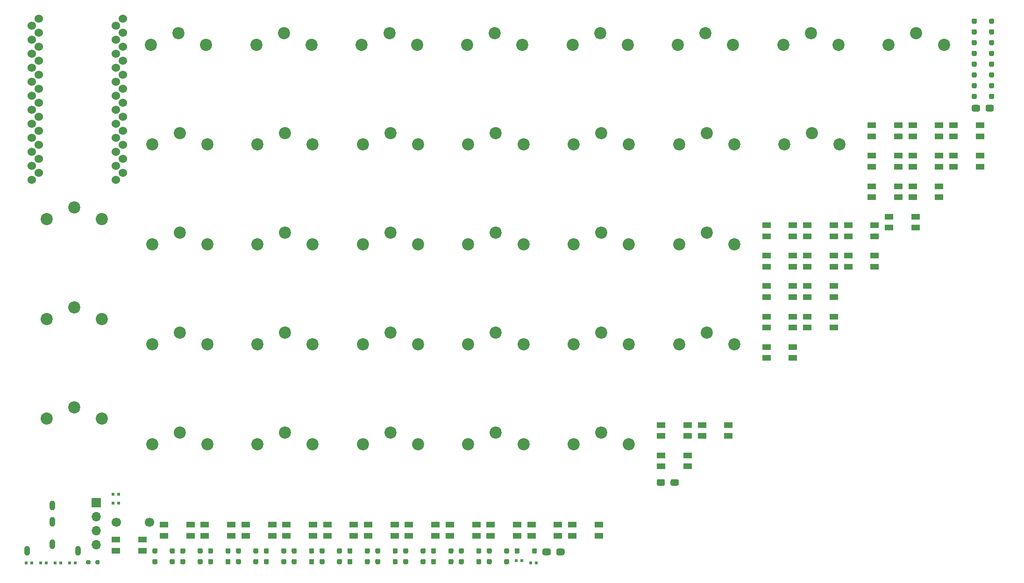
<source format=gbr>
%TF.GenerationSoftware,KiCad,Pcbnew,(5.1.10)-1*%
%TF.CreationDate,2021-08-10T22:37:01+09:00*%
%TF.ProjectId,Ultramarine_fuse,556c7472-616d-4617-9269-6e655f667573,rev?*%
%TF.SameCoordinates,Original*%
%TF.FileFunction,Copper,L1,Top*%
%TF.FilePolarity,Positive*%
%FSLAX46Y46*%
G04 Gerber Fmt 4.6, Leading zero omitted, Abs format (unit mm)*
G04 Created by KiCad (PCBNEW (5.1.10)-1) date 2021-08-10 22:37:01*
%MOMM*%
%LPD*%
G01*
G04 APERTURE LIST*
%TA.AperFunction,SMDPad,CuDef*%
%ADD10R,1.600000X1.000000*%
%TD*%
%TA.AperFunction,ComponentPad*%
%ADD11C,1.524000*%
%TD*%
%TA.AperFunction,ComponentPad*%
%ADD12C,1.700000*%
%TD*%
%TA.AperFunction,ComponentPad*%
%ADD13C,2.200000*%
%TD*%
%TA.AperFunction,SMDPad,CuDef*%
%ADD14R,0.609600X0.609600*%
%TD*%
%TA.AperFunction,ComponentPad*%
%ADD15O,1.000000X1.800000*%
%TD*%
%TA.AperFunction,ComponentPad*%
%ADD16O,1.700000X1.700000*%
%TD*%
%TA.AperFunction,ComponentPad*%
%ADD17R,1.700000X1.700000*%
%TD*%
G04 APERTURE END LIST*
D10*
%TO.P,U36,4*%
%TO.N,+5V*%
X224515300Y-92326501D03*
%TO.P,U36,3*%
%TO.N,Net-(U29-Pad1)*%
X224515300Y-90326501D03*
%TO.P,U36,2*%
%TO.N,Net-(U36-Pad2)*%
X219715300Y-90326501D03*
%TO.P,U36,1*%
%TO.N,Net-(U35-Pad3)*%
X219715300Y-92326501D03*
%TD*%
%TO.P,U35,4*%
%TO.N,+5V*%
X231915300Y-86806501D03*
%TO.P,U35,3*%
%TO.N,Net-(U35-Pad3)*%
X231915300Y-84806501D03*
%TO.P,U35,2*%
%TO.N,Net-(U35-Pad2)*%
X227115300Y-84806501D03*
%TO.P,U35,1*%
%TO.N,Net-(U34-Pad3)*%
X227115300Y-86806501D03*
%TD*%
%TO.P,U34,4*%
%TO.N,+5V*%
X205415300Y-117486501D03*
%TO.P,U34,3*%
%TO.N,Net-(U34-Pad3)*%
X205415300Y-115486501D03*
%TO.P,U34,2*%
%TO.N,Net-(U34-Pad2)*%
X200615300Y-115486501D03*
%TO.P,U34,1*%
%TO.N,Net-(U33-Pad3)*%
X200615300Y-117486501D03*
%TD*%
%TO.P,U33,4*%
%TO.N,+5V*%
X224515300Y-86806501D03*
%TO.P,U33,3*%
%TO.N,Net-(U33-Pad3)*%
X224515300Y-84806501D03*
%TO.P,U33,2*%
%TO.N,Net-(U33-Pad2)*%
X219715300Y-84806501D03*
%TO.P,U33,1*%
%TO.N,Net-(U32-Pad3)*%
X219715300Y-86806501D03*
%TD*%
%TO.P,U32,4*%
%TO.N,+5V*%
X231915300Y-81286501D03*
%TO.P,U32,3*%
%TO.N,Net-(U32-Pad3)*%
X231915300Y-79286501D03*
%TO.P,U32,2*%
%TO.N,Net-(U32-Pad2)*%
X227115300Y-79286501D03*
%TO.P,U32,1*%
%TO.N,Net-(U31-Pad3)*%
X227115300Y-81286501D03*
%TD*%
%TO.P,U31,4*%
%TO.N,+5V*%
X243615300Y-68706501D03*
%TO.P,U31,3*%
%TO.N,Net-(U31-Pad3)*%
X243615300Y-66706501D03*
%TO.P,U31,2*%
%TO.N,Net-(U31-Pad2)*%
X238815300Y-66706501D03*
%TO.P,U31,1*%
%TO.N,Net-(U30-Pad3)*%
X238815300Y-68706501D03*
%TD*%
%TO.P,U30,4*%
%TO.N,+5V*%
X251015300Y-63186501D03*
%TO.P,U30,3*%
%TO.N,Net-(U30-Pad3)*%
X251015300Y-61186501D03*
%TO.P,U30,2*%
%TO.N,GND*%
X246215300Y-61186501D03*
%TO.P,U30,1*%
%TO.N,Net-(U30-Pad1)*%
X246215300Y-63186501D03*
%TD*%
%TO.P,U29,4*%
%TO.N,Net-(U29-Pad4)*%
X224515300Y-103366501D03*
%TO.P,U29,3*%
%TO.N,Net-(U28-Pad1)*%
X224515300Y-101366501D03*
%TO.P,U29,2*%
%TO.N,Net-(U29-Pad2)*%
X219715300Y-101366501D03*
%TO.P,U29,1*%
%TO.N,Net-(U29-Pad1)*%
X219715300Y-103366501D03*
%TD*%
%TO.P,U28,4*%
%TO.N,Net-(U28-Pad4)*%
X189315300Y-135586501D03*
%TO.P,U28,3*%
%TO.N,Net-(U27-Pad1)*%
X189315300Y-133586501D03*
%TO.P,U28,2*%
%TO.N,Net-(U28-Pad2)*%
X184515300Y-133586501D03*
%TO.P,U28,1*%
%TO.N,Net-(U28-Pad1)*%
X184515300Y-135586501D03*
%TD*%
%TO.P,U27,4*%
%TO.N,Net-(U27-Pad4)*%
X258415300Y-68706501D03*
%TO.P,U27,3*%
%TO.N,Net-(U26-Pad1)*%
X258415300Y-66706501D03*
%TO.P,U27,2*%
%TO.N,Net-(U27-Pad2)*%
X253615300Y-66706501D03*
%TO.P,U27,1*%
%TO.N,Net-(U27-Pad1)*%
X253615300Y-68706501D03*
%TD*%
%TO.P,U26,4*%
%TO.N,Net-(U26-Pad4)*%
X251015300Y-74226501D03*
%TO.P,U26,3*%
%TO.N,Net-(U25-Pad1)*%
X251015300Y-72226501D03*
%TO.P,U26,2*%
%TO.N,Net-(U26-Pad2)*%
X246215300Y-72226501D03*
%TO.P,U26,1*%
%TO.N,Net-(U26-Pad1)*%
X246215300Y-74226501D03*
%TD*%
%TO.P,U25,4*%
%TO.N,Net-(U25-Pad4)*%
X246715300Y-79746501D03*
%TO.P,U25,3*%
%TO.N,Net-(U24-Pad1)*%
X246715300Y-77746501D03*
%TO.P,U25,2*%
%TO.N,Net-(U25-Pad2)*%
X241915300Y-77746501D03*
%TO.P,U25,1*%
%TO.N,Net-(U25-Pad1)*%
X241915300Y-79746501D03*
%TD*%
%TO.P,U24,4*%
%TO.N,Net-(U24-Pad4)*%
X239315300Y-86806501D03*
%TO.P,U24,3*%
%TO.N,Net-(U23-Pad1)*%
X239315300Y-84806501D03*
%TO.P,U24,2*%
%TO.N,Net-(U24-Pad2)*%
X234515300Y-84806501D03*
%TO.P,U24,1*%
%TO.N,Net-(U24-Pad1)*%
X234515300Y-86806501D03*
%TD*%
%TO.P,U23,4*%
%TO.N,Net-(U23-Pad4)*%
X231915300Y-92326501D03*
%TO.P,U23,3*%
%TO.N,Net-(U16-Pad1)*%
X231915300Y-90326501D03*
%TO.P,U23,2*%
%TO.N,Net-(U23-Pad2)*%
X227115300Y-90326501D03*
%TO.P,U23,1*%
%TO.N,Net-(U23-Pad1)*%
X227115300Y-92326501D03*
%TD*%
%TO.P,U22,4*%
%TO.N,+5V*%
X239315300Y-81286501D03*
%TO.P,U22,3*%
%TO.N,Net-(U15-Pad1)*%
X239315300Y-79286501D03*
%TO.P,U22,2*%
%TO.N,GND*%
X234515300Y-79286501D03*
%TO.P,U22,1*%
%TO.N,Net-(U21-Pad3)*%
X234515300Y-81286501D03*
%TD*%
%TO.P,U21,4*%
%TO.N,+5V*%
X212815300Y-117486501D03*
%TO.P,U21,3*%
%TO.N,Net-(U21-Pad3)*%
X212815300Y-115486501D03*
%TO.P,U21,2*%
%TO.N,GND*%
X208015300Y-115486501D03*
%TO.P,U21,1*%
%TO.N,Net-(U20-Pad3)*%
X208015300Y-117486501D03*
%TD*%
%TO.P,U20,4*%
%TO.N,+5V*%
X231915300Y-97846501D03*
%TO.P,U20,3*%
%TO.N,Net-(U20-Pad3)*%
X231915300Y-95846501D03*
%TO.P,U20,2*%
%TO.N,GND*%
X227115300Y-95846501D03*
%TO.P,U20,1*%
%TO.N,Net-(U19-Pad3)*%
X227115300Y-97846501D03*
%TD*%
%TO.P,U19,4*%
%TO.N,+5V*%
X174515300Y-135586501D03*
%TO.P,U19,3*%
%TO.N,Net-(U19-Pad3)*%
X174515300Y-133586501D03*
%TO.P,U19,2*%
%TO.N,GND*%
X169715300Y-133586501D03*
%TO.P,U19,1*%
%TO.N,Net-(U18-Pad3)*%
X169715300Y-135586501D03*
%TD*%
%TO.P,U18,4*%
%TO.N,+5V*%
X205415300Y-123006501D03*
%TO.P,U18,3*%
%TO.N,Net-(U18-Pad3)*%
X205415300Y-121006501D03*
%TO.P,U18,2*%
%TO.N,GND*%
X200615300Y-121006501D03*
%TO.P,U18,1*%
%TO.N,Net-(U17-Pad3)*%
X200615300Y-123006501D03*
%TD*%
%TO.P,U17,4*%
%TO.N,+5V*%
X106615300Y-138286501D03*
%TO.P,U17,3*%
%TO.N,Net-(U17-Pad3)*%
X106615300Y-136286501D03*
%TO.P,U17,2*%
%TO.N,GND*%
X101815300Y-136286501D03*
%TO.P,U17,1*%
%TO.N,Net-(U16-Pad3)*%
X101815300Y-138286501D03*
%TD*%
%TO.P,U16,4*%
%TO.N,+5V*%
X115315300Y-135586501D03*
%TO.P,U16,3*%
%TO.N,Net-(U16-Pad3)*%
X115315300Y-133586501D03*
%TO.P,U16,2*%
%TO.N,GND*%
X110515300Y-133586501D03*
%TO.P,U16,1*%
%TO.N,Net-(U16-Pad1)*%
X110515300Y-135586501D03*
%TD*%
%TO.P,U15,4*%
%TO.N,Net-(U15-Pad4)*%
X122715300Y-135586501D03*
%TO.P,U15,3*%
%TO.N,Net-(U14-Pad1)*%
X122715300Y-133586501D03*
%TO.P,U15,2*%
%TO.N,Net-(U15-Pad2)*%
X117915300Y-133586501D03*
%TO.P,U15,1*%
%TO.N,Net-(U15-Pad1)*%
X117915300Y-135586501D03*
%TD*%
%TO.P,U14,4*%
%TO.N,Net-(U14-Pad4)*%
X137515300Y-135586501D03*
%TO.P,U14,3*%
%TO.N,Net-(U13-Pad1)*%
X137515300Y-133586501D03*
%TO.P,U14,2*%
%TO.N,Net-(U14-Pad2)*%
X132715300Y-133586501D03*
%TO.P,U14,1*%
%TO.N,Net-(U14-Pad1)*%
X132715300Y-135586501D03*
%TD*%
%TO.P,U13,4*%
%TO.N,Net-(U13-Pad4)*%
X144915300Y-135586501D03*
%TO.P,U13,3*%
%TO.N,Net-(U12-Pad1)*%
X144915300Y-133586501D03*
%TO.P,U13,2*%
%TO.N,Net-(U13-Pad2)*%
X140115300Y-133586501D03*
%TO.P,U13,1*%
%TO.N,Net-(U13-Pad1)*%
X140115300Y-135586501D03*
%TD*%
%TO.P,U12,4*%
%TO.N,Net-(U12-Pad4)*%
X152315300Y-135586501D03*
%TO.P,U12,3*%
%TO.N,Net-(U11-Pad1)*%
X152315300Y-133586501D03*
%TO.P,U12,2*%
%TO.N,Net-(U12-Pad2)*%
X147515300Y-133586501D03*
%TO.P,U12,1*%
%TO.N,Net-(U12-Pad1)*%
X147515300Y-135586501D03*
%TD*%
%TO.P,U11,4*%
%TO.N,Net-(U11-Pad4)*%
X159715300Y-135586501D03*
%TO.P,U11,3*%
%TO.N,Net-(U10-Pad1)*%
X159715300Y-133586501D03*
%TO.P,U11,2*%
%TO.N,Net-(U11-Pad2)*%
X154915300Y-133586501D03*
%TO.P,U11,1*%
%TO.N,Net-(U11-Pad1)*%
X154915300Y-135586501D03*
%TD*%
%TO.P,U10,4*%
%TO.N,Net-(U10-Pad4)*%
X167115300Y-135586501D03*
%TO.P,U10,3*%
%TO.N,Net-(U10-Pad3)*%
X167115300Y-133586501D03*
%TO.P,U10,2*%
%TO.N,Net-(U10-Pad2)*%
X162315300Y-133586501D03*
%TO.P,U10,1*%
%TO.N,Net-(U10-Pad1)*%
X162315300Y-135586501D03*
%TD*%
%TO.P,U9,4*%
%TO.N,+5V*%
X224515300Y-81286501D03*
%TO.P,U9,3*%
%TO.N,Net-(U2-Pad1)*%
X224515300Y-79286501D03*
%TO.P,U9,2*%
%TO.N,GND*%
X219715300Y-79286501D03*
%TO.P,U9,1*%
%TO.N,Net-(U10-Pad3)*%
X219715300Y-81286501D03*
%TD*%
%TO.P,U8,4*%
%TO.N,+5V*%
X243615300Y-63186501D03*
%TO.P,U8,3*%
%TO.N,/LED*%
X243615300Y-61186501D03*
%TO.P,U8,2*%
%TO.N,GND*%
X238815300Y-61186501D03*
%TO.P,U8,1*%
%TO.N,Net-(U7-Pad3)*%
X238815300Y-63186501D03*
%TD*%
%TO.P,U7,4*%
%TO.N,Net-(U7-Pad4)*%
X251015300Y-68706501D03*
%TO.P,U7,3*%
%TO.N,Net-(U7-Pad3)*%
X251015300Y-66706501D03*
%TO.P,U7,2*%
%TO.N,GND*%
X246215300Y-66706501D03*
%TO.P,U7,1*%
%TO.N,Net-(U6-Pad3)*%
X246215300Y-68706501D03*
%TD*%
%TO.P,U6,4*%
%TO.N,Net-(U6-Pad4)*%
X130115300Y-135586501D03*
%TO.P,U6,3*%
%TO.N,Net-(U6-Pad3)*%
X130115300Y-133586501D03*
%TO.P,U6,2*%
%TO.N,GND*%
X125315300Y-133586501D03*
%TO.P,U6,1*%
%TO.N,Net-(U5-Pad3)*%
X125315300Y-135586501D03*
%TD*%
%TO.P,U5,4*%
%TO.N,Net-(U5-Pad4)*%
X224515300Y-97846501D03*
%TO.P,U5,3*%
%TO.N,Net-(U5-Pad3)*%
X224515300Y-95846501D03*
%TO.P,U5,2*%
%TO.N,GND*%
X219715300Y-95846501D03*
%TO.P,U5,1*%
%TO.N,Net-(U4-Pad3)*%
X219715300Y-97846501D03*
%TD*%
%TO.P,U4,4*%
%TO.N,Net-(U4-Pad4)*%
X181915300Y-135586501D03*
%TO.P,U4,3*%
%TO.N,Net-(U4-Pad3)*%
X181915300Y-133586501D03*
%TO.P,U4,2*%
%TO.N,GND*%
X177115300Y-133586501D03*
%TO.P,U4,1*%
%TO.N,Net-(U3-Pad3)*%
X177115300Y-135586501D03*
%TD*%
%TO.P,U3,4*%
%TO.N,Net-(U3-Pad4)*%
X258415300Y-63186501D03*
%TO.P,U3,3*%
%TO.N,Net-(U3-Pad3)*%
X258415300Y-61186501D03*
%TO.P,U3,2*%
%TO.N,GND*%
X253615300Y-61186501D03*
%TO.P,U3,1*%
%TO.N,Net-(U2-Pad3)*%
X253615300Y-63186501D03*
%TD*%
%TO.P,U2,4*%
%TO.N,+5V*%
X243615300Y-74226501D03*
%TO.P,U2,3*%
%TO.N,Net-(U2-Pad3)*%
X243615300Y-72226501D03*
%TO.P,U2,2*%
%TO.N,GND*%
X238815300Y-72226501D03*
%TO.P,U2,1*%
%TO.N,Net-(U2-Pad1)*%
X238815300Y-74226501D03*
%TD*%
D11*
%TO.P,U1,13*%
%TO.N,Net-(U1-Pad13)*%
X87815301Y-69826501D03*
%TO.P,U1,17*%
%TO.N,/Col3*%
X87815301Y-59666501D03*
%TO.P,U1,22*%
%TO.N,/~RESET*%
X87815301Y-46966501D03*
%TO.P,U1,21*%
%TO.N,+5V*%
X87815301Y-49506501D03*
%TO.P,U1,19*%
%TO.N,/Col1*%
X87815301Y-54586501D03*
%TO.P,U1,24*%
%TO.N,+5V*%
X87815301Y-41886501D03*
%TO.P,U1,16*%
%TO.N,/Col4*%
X87815301Y-62206501D03*
%TO.P,U1,15*%
%TO.N,/Col5*%
X87815301Y-64746501D03*
%TO.P,U1,18*%
%TO.N,/Col2*%
X87815301Y-57126501D03*
%TO.P,U1,14*%
%TO.N,/Col6*%
X87815301Y-67286501D03*
%TO.P,U1,20*%
%TO.N,/Col0*%
X87815301Y-52046501D03*
%TO.P,U1,23*%
%TO.N,GND*%
X87815301Y-44426501D03*
%TO.P,U1,6*%
%TO.N,/SCL*%
X103055301Y-54586501D03*
%TO.P,U1,12*%
%TO.N,Net-(U1-Pad12)*%
X103055301Y-69826501D03*
%TO.P,U1,9*%
%TO.N,/Row2*%
X103055301Y-62206501D03*
%TO.P,U1,8*%
%TO.N,/Row1*%
X103055301Y-59666501D03*
%TO.P,U1,4*%
%TO.N,GND*%
X103055301Y-49506501D03*
%TO.P,U1,5*%
%TO.N,/SDA*%
X103055301Y-52046501D03*
%TO.P,U1,7*%
%TO.N,/Row0*%
X103055301Y-57126501D03*
%TO.P,U1,2*%
%TO.N,/data*%
X103055301Y-44426501D03*
%TO.P,U1,11*%
%TO.N,/Row4*%
X103055301Y-67286501D03*
%TO.P,U1,3*%
%TO.N,GND*%
X103055301Y-46966501D03*
%TO.P,U1,10*%
%TO.N,/Row3*%
X103055301Y-64746501D03*
%TO.P,U1,1*%
%TO.N,/LED*%
X103055301Y-41886501D03*
%TO.P,U1,24*%
%TO.N,+5V*%
X101785301Y-43156501D03*
%TO.P,U1,23*%
%TO.N,GND*%
X101785301Y-45696501D03*
%TO.P,U1,22*%
%TO.N,/~RESET*%
X101785301Y-48236501D03*
%TO.P,U1,21*%
%TO.N,+5V*%
X101785301Y-50776501D03*
%TO.P,U1,20*%
%TO.N,/Col0*%
X101785301Y-53316501D03*
%TO.P,U1,19*%
%TO.N,/Col1*%
X101785301Y-55856501D03*
%TO.P,U1,18*%
%TO.N,/Col2*%
X101785301Y-58396501D03*
%TO.P,U1,17*%
%TO.N,/Col3*%
X101785301Y-60936501D03*
%TO.P,U1,16*%
%TO.N,/Col4*%
X101785301Y-63476501D03*
%TO.P,U1,15*%
%TO.N,/Col5*%
X101785301Y-66016501D03*
%TO.P,U1,14*%
%TO.N,/Col6*%
X101785301Y-68556501D03*
%TO.P,U1,13*%
%TO.N,Net-(U1-Pad13)*%
X101785301Y-71096501D03*
%TO.P,U1,12*%
%TO.N,Net-(U1-Pad12)*%
X86545301Y-71096501D03*
%TO.P,U1,11*%
%TO.N,/Row4*%
X86545301Y-68556501D03*
%TO.P,U1,10*%
%TO.N,/Row3*%
X86545301Y-66016501D03*
%TO.P,U1,9*%
%TO.N,/Row2*%
X86545301Y-63476501D03*
%TO.P,U1,8*%
%TO.N,/Row1*%
X86545301Y-60936501D03*
%TO.P,U1,7*%
%TO.N,/Row0*%
X86545301Y-58396501D03*
%TO.P,U1,6*%
%TO.N,/SCL*%
X86545301Y-55856501D03*
%TO.P,U1,5*%
%TO.N,/SDA*%
X86545301Y-53316501D03*
%TO.P,U1,4*%
%TO.N,GND*%
X86545301Y-50776501D03*
%TO.P,U1,3*%
X86545301Y-48236501D03*
%TO.P,U1,2*%
%TO.N,/data*%
X86545301Y-45696501D03*
%TO.P,U1,1*%
%TO.N,/LED*%
X86545301Y-43156501D03*
%TD*%
D12*
%TO.P,SW36,2*%
%TO.N,/~RESET*%
X107865300Y-133176500D03*
%TO.P,SW36,1*%
%TO.N,GND*%
X101865300Y-133176500D03*
%TD*%
D13*
%TO.P,SW35,2*%
%TO.N,Net-(D35-Pad2)*%
X146565301Y-118976501D03*
X156565301Y-118976501D03*
%TO.P,SW35,1*%
%TO.N,/Col6*%
X151565301Y-116876501D03*
%TD*%
%TO.P,SW34,2*%
%TO.N,Net-(D34-Pad2)*%
X165665301Y-100876501D03*
X175665301Y-100876501D03*
%TO.P,SW34,1*%
%TO.N,/Col5*%
X170665301Y-98776501D03*
%TD*%
%TO.P,SW33,2*%
%TO.N,Net-(D33-Pad2)*%
X184765301Y-82776501D03*
X194765301Y-82776501D03*
%TO.P,SW33,1*%
%TO.N,/Col4*%
X189765301Y-80676501D03*
%TD*%
%TO.P,SW32,2*%
%TO.N,Net-(D32-Pad2)*%
X222765301Y-46576501D03*
X232765301Y-46576501D03*
%TO.P,SW32,1*%
%TO.N,/Col3*%
X227765301Y-44476501D03*
%TD*%
%TO.P,SW31,2*%
%TO.N,Net-(D31-Pad2)*%
X203865301Y-64676501D03*
X213865301Y-64676501D03*
%TO.P,SW31,1*%
%TO.N,/Col2*%
X208865301Y-62576501D03*
%TD*%
%TO.P,SW30,2*%
%TO.N,Net-(D30-Pad2)*%
X203865301Y-100876501D03*
X213865301Y-100876501D03*
%TO.P,SW30,1*%
%TO.N,/Col1*%
X208865301Y-98776501D03*
%TD*%
%TO.P,SW29,2*%
%TO.N,Net-(D29-Pad2)*%
X165665301Y-118976501D03*
X175665301Y-118976501D03*
%TO.P,SW29,1*%
%TO.N,/Col0*%
X170665301Y-116876501D03*
%TD*%
%TO.P,SW28,2*%
%TO.N,Net-(D28-Pad2)*%
X184765301Y-100876501D03*
X194765301Y-100876501D03*
%TO.P,SW28,1*%
%TO.N,Net-(SW28-Pad1)*%
X189765301Y-98776501D03*
%TD*%
%TO.P,SW27,2*%
%TO.N,Net-(D27-Pad2)*%
X108365301Y-100876501D03*
X118365301Y-100876501D03*
%TO.P,SW27,1*%
%TO.N,Net-(SW27-Pad1)*%
X113365301Y-98776501D03*
%TD*%
%TO.P,SW26,2*%
%TO.N,Net-(D26-Pad2)*%
X241865301Y-46576501D03*
X251865301Y-46576501D03*
%TO.P,SW26,1*%
%TO.N,Net-(SW26-Pad1)*%
X246865301Y-44476501D03*
%TD*%
%TO.P,SW25,2*%
%TO.N,Net-(D25-Pad2)*%
X222965301Y-64676501D03*
X232965301Y-64676501D03*
%TO.P,SW25,1*%
%TO.N,Net-(SW25-Pad1)*%
X227965301Y-62576501D03*
%TD*%
%TO.P,SW24,2*%
%TO.N,Net-(D24-Pad2)*%
X165665301Y-82776501D03*
X175665301Y-82776501D03*
%TO.P,SW24,1*%
%TO.N,Net-(SW24-Pad1)*%
X170665301Y-80676501D03*
%TD*%
%TO.P,SW23,2*%
%TO.N,Net-(D23-Pad2)*%
X184765301Y-118976501D03*
X194765301Y-118976501D03*
%TO.P,SW23,1*%
%TO.N,Net-(SW23-Pad1)*%
X189765301Y-116876501D03*
%TD*%
%TO.P,SW22,2*%
%TO.N,Net-(D22-Pad2)*%
X108165301Y-46576501D03*
X118165301Y-46576501D03*
%TO.P,SW22,1*%
%TO.N,Net-(SW22-Pad1)*%
X113165301Y-44476501D03*
%TD*%
%TO.P,SW21,2*%
%TO.N,Net-(D21-Pad2)*%
X89265301Y-96276501D03*
X99265301Y-96276501D03*
%TO.P,SW21,1*%
%TO.N,Net-(SW21-Pad1)*%
X94265301Y-94176501D03*
%TD*%
%TO.P,SW20,2*%
%TO.N,Net-(D20-Pad2)*%
X127265301Y-46576501D03*
X137265301Y-46576501D03*
%TO.P,SW20,1*%
%TO.N,Net-(SW20-Pad1)*%
X132265301Y-44476501D03*
%TD*%
%TO.P,SW19,2*%
%TO.N,Net-(D19-Pad2)*%
X108365301Y-64676501D03*
X118365301Y-64676501D03*
%TO.P,SW19,1*%
%TO.N,Net-(SW19-Pad1)*%
X113365301Y-62576501D03*
%TD*%
%TO.P,SW18,2*%
%TO.N,Net-(D18-Pad2)*%
X89265301Y-114376501D03*
X99265301Y-114376501D03*
%TO.P,SW18,1*%
%TO.N,Net-(SW18-Pad1)*%
X94265301Y-112276501D03*
%TD*%
%TO.P,SW17,2*%
%TO.N,Net-(D17-Pad2)*%
X127465301Y-64676501D03*
X137465301Y-64676501D03*
%TO.P,SW17,1*%
%TO.N,Net-(SW17-Pad1)*%
X132465301Y-62576501D03*
%TD*%
%TO.P,SW16,2*%
%TO.N,Net-(D16-Pad2)*%
X108365301Y-82776501D03*
X118365301Y-82776501D03*
%TO.P,SW16,1*%
%TO.N,Net-(SW16-Pad1)*%
X113365301Y-80676501D03*
%TD*%
%TO.P,SW15,2*%
%TO.N,Net-(D15-Pad2)*%
X146365301Y-46576501D03*
X156365301Y-46576501D03*
%TO.P,SW15,1*%
%TO.N,Net-(SW15-Pad1)*%
X151365301Y-44476501D03*
%TD*%
%TO.P,SW14,2*%
%TO.N,Net-(D14-Pad2)*%
X165465301Y-46576501D03*
X175465301Y-46576501D03*
%TO.P,SW14,1*%
%TO.N,Net-(SW14-Pad1)*%
X170465301Y-44476501D03*
%TD*%
%TO.P,SW13,2*%
%TO.N,Net-(D13-Pad2)*%
X127465301Y-82776501D03*
X137465301Y-82776501D03*
%TO.P,SW13,1*%
%TO.N,Net-(SW13-Pad1)*%
X132465301Y-80676501D03*
%TD*%
%TO.P,SW12,2*%
%TO.N,Net-(D12-Pad2)*%
X127465301Y-118976501D03*
X137465301Y-118976501D03*
%TO.P,SW12,1*%
%TO.N,Net-(SW12-Pad1)*%
X132465301Y-116876501D03*
%TD*%
%TO.P,SW11,2*%
%TO.N,Net-(D11-Pad2)*%
X146565301Y-100876501D03*
X156565301Y-100876501D03*
%TO.P,SW11,1*%
%TO.N,Net-(SW11-Pad1)*%
X151565301Y-98776501D03*
%TD*%
%TO.P,SW10,2*%
%TO.N,Net-(D10-Pad2)*%
X165665301Y-64676501D03*
X175665301Y-64676501D03*
%TO.P,SW10,1*%
%TO.N,Net-(SW10-Pad1)*%
X170665301Y-62576501D03*
%TD*%
%TO.P,SW9,2*%
%TO.N,Net-(D9-Pad2)*%
X184565301Y-46576501D03*
X194565301Y-46576501D03*
%TO.P,SW9,1*%
%TO.N,Net-(SW9-Pad1)*%
X189565301Y-44476501D03*
%TD*%
%TO.P,SW8,2*%
%TO.N,Net-(D8-Pad2)*%
X108365301Y-118976501D03*
X118365301Y-118976501D03*
%TO.P,SW8,1*%
%TO.N,Net-(SW8-Pad1)*%
X113365301Y-116876501D03*
%TD*%
%TO.P,SW7,2*%
%TO.N,Net-(D7-Pad2)*%
X127465301Y-100876501D03*
X137465301Y-100876501D03*
%TO.P,SW7,1*%
%TO.N,Net-(SW7-Pad1)*%
X132465301Y-98776501D03*
%TD*%
%TO.P,SW6,2*%
%TO.N,Net-(D6-Pad2)*%
X146565301Y-82776501D03*
X156565301Y-82776501D03*
%TO.P,SW6,1*%
%TO.N,Net-(SW6-Pad1)*%
X151565301Y-80676501D03*
%TD*%
%TO.P,SW5,2*%
%TO.N,Net-(D5-Pad2)*%
X146565301Y-64676501D03*
X156565301Y-64676501D03*
%TO.P,SW5,1*%
%TO.N,Net-(SW5-Pad1)*%
X151565301Y-62576501D03*
%TD*%
%TO.P,SW4,2*%
%TO.N,Net-(D4-Pad2)*%
X89265301Y-78176501D03*
X99265301Y-78176501D03*
%TO.P,SW4,1*%
%TO.N,Net-(SW4-Pad1)*%
X94265301Y-76076501D03*
%TD*%
%TO.P,SW3,2*%
%TO.N,Net-(D3-Pad2)*%
X203865301Y-82776501D03*
X213865301Y-82776501D03*
%TO.P,SW3,1*%
%TO.N,Net-(SW3-Pad1)*%
X208865301Y-80676501D03*
%TD*%
%TO.P,SW2,2*%
%TO.N,Net-(D2-Pad2)*%
X184765301Y-64676501D03*
X194765301Y-64676501D03*
%TO.P,SW2,1*%
%TO.N,Net-(SW2-Pad1)*%
X189765301Y-62576501D03*
%TD*%
%TO.P,SW1,2*%
%TO.N,Net-(D1-Pad2)*%
X203665301Y-46576501D03*
X213665301Y-46576501D03*
%TO.P,SW1,1*%
%TO.N,Net-(SW1-Pad1)*%
X208665301Y-44476501D03*
%TD*%
%TO.P,R3,2*%
%TO.N,/SCL*%
%TA.AperFunction,SMDPad,CuDef*%
G36*
G01*
X202315300Y-126226501D02*
X202315300Y-125626501D01*
G75*
G02*
X202615300Y-125326501I300000J0D01*
G01*
X203515300Y-125326501D01*
G75*
G02*
X203815300Y-125626501I0J-300000D01*
G01*
X203815300Y-126226501D01*
G75*
G02*
X203515300Y-126526501I-300000J0D01*
G01*
X202615300Y-126526501D01*
G75*
G02*
X202315300Y-126226501I0J300000D01*
G01*
G37*
%TD.AperFunction*%
%TO.P,R3,1*%
%TO.N,+5V*%
%TA.AperFunction,SMDPad,CuDef*%
G36*
G01*
X199815300Y-126226501D02*
X199815300Y-125626501D01*
G75*
G02*
X200115300Y-125326501I300000J0D01*
G01*
X201015300Y-125326501D01*
G75*
G02*
X201315300Y-125626501I0J-300000D01*
G01*
X201315300Y-126226501D01*
G75*
G02*
X201015300Y-126526501I-300000J0D01*
G01*
X200115300Y-126526501D01*
G75*
G02*
X199815300Y-126226501I0J300000D01*
G01*
G37*
%TD.AperFunction*%
%TD*%
%TO.P,R2,2*%
%TO.N,/SDA*%
%TA.AperFunction,SMDPad,CuDef*%
G36*
G01*
X181615300Y-138806501D02*
X181615300Y-138206501D01*
G75*
G02*
X181915300Y-137906501I300000J0D01*
G01*
X182815300Y-137906501D01*
G75*
G02*
X183115300Y-138206501I0J-300000D01*
G01*
X183115300Y-138806501D01*
G75*
G02*
X182815300Y-139106501I-300000J0D01*
G01*
X181915300Y-139106501D01*
G75*
G02*
X181615300Y-138806501I0J300000D01*
G01*
G37*
%TD.AperFunction*%
%TO.P,R2,1*%
%TO.N,+5V*%
%TA.AperFunction,SMDPad,CuDef*%
G36*
G01*
X179115300Y-138806501D02*
X179115300Y-138206501D01*
G75*
G02*
X179415300Y-137906501I300000J0D01*
G01*
X180315300Y-137906501D01*
G75*
G02*
X180615300Y-138206501I0J-300000D01*
G01*
X180615300Y-138806501D01*
G75*
G02*
X180315300Y-139106501I-300000J0D01*
G01*
X179415300Y-139106501D01*
G75*
G02*
X179115300Y-138806501I0J300000D01*
G01*
G37*
%TD.AperFunction*%
%TD*%
%TO.P,R1,2*%
%TO.N,GND*%
%TA.AperFunction,SMDPad,CuDef*%
G36*
G01*
X259415300Y-58386501D02*
X259415300Y-57786501D01*
G75*
G02*
X259715300Y-57486501I300000J0D01*
G01*
X260615300Y-57486501D01*
G75*
G02*
X260915300Y-57786501I0J-300000D01*
G01*
X260915300Y-58386501D01*
G75*
G02*
X260615300Y-58686501I-300000J0D01*
G01*
X259715300Y-58686501D01*
G75*
G02*
X259415300Y-58386501I0J300000D01*
G01*
G37*
%TD.AperFunction*%
%TO.P,R1,1*%
%TO.N,Net-(D36-Pad2)*%
%TA.AperFunction,SMDPad,CuDef*%
G36*
G01*
X256915300Y-58386501D02*
X256915300Y-57786501D01*
G75*
G02*
X257215300Y-57486501I300000J0D01*
G01*
X258115300Y-57486501D01*
G75*
G02*
X258415300Y-57786501I0J-300000D01*
G01*
X258415300Y-58386501D01*
G75*
G02*
X258115300Y-58686501I-300000J0D01*
G01*
X257215300Y-58686501D01*
G75*
G02*
X256915300Y-58386501I0J300000D01*
G01*
G37*
%TD.AperFunction*%
%TD*%
D14*
%TO.P,JP8,2*%
%TO.N,Net-(J1-Pad1)*%
X178006100Y-140480501D03*
%TO.P,JP8,1*%
%TO.N,GND*%
X176990100Y-140480501D03*
%TD*%
%TO.P,JP7,2*%
%TO.N,Net-(J1-Pad2)*%
X102336100Y-128040501D03*
%TO.P,JP7,1*%
%TO.N,+5V*%
X101320100Y-128040501D03*
%TD*%
%TO.P,JP6,2*%
%TO.N,Net-(J1-Pad3)*%
X86536100Y-140490501D03*
%TO.P,JP6,1*%
%TO.N,/SCL*%
X85520100Y-140490501D03*
%TD*%
%TO.P,JP5,2*%
%TO.N,Net-(J1-Pad4)*%
X89156100Y-140490501D03*
%TO.P,JP5,1*%
%TO.N,/SDA*%
X88140100Y-140490501D03*
%TD*%
%TO.P,JP4,2*%
%TO.N,Net-(J1-Pad4)*%
X91776100Y-140490501D03*
%TO.P,JP4,1*%
%TO.N,/SDA*%
X90760100Y-140490501D03*
%TD*%
%TO.P,JP3,2*%
%TO.N,Net-(J1-Pad3)*%
X94396100Y-140490501D03*
%TO.P,JP3,1*%
%TO.N,/SCL*%
X93380100Y-140490501D03*
%TD*%
%TO.P,JP2,2*%
%TO.N,Net-(J1-Pad2)*%
X102336100Y-129660501D03*
%TO.P,JP2,1*%
%TO.N,+5V*%
X101320100Y-129660501D03*
%TD*%
%TO.P,JP1,2*%
%TO.N,Net-(J1-Pad1)*%
X175386100Y-140110501D03*
%TO.P,JP1,1*%
%TO.N,GND*%
X174370100Y-140110501D03*
%TD*%
D15*
%TO.P,J2,1*%
%TO.N,Net-(J2-Pad1)*%
X94915300Y-138276500D03*
%TO.P,J2,2*%
%TO.N,/data*%
X90315300Y-130076500D03*
%TO.P,J2,3*%
%TO.N,GND*%
X90315300Y-133076500D03*
%TO.P,J2,4*%
%TO.N,+5V*%
X90315300Y-137076500D03*
%TO.P,J2,1*%
%TO.N,Net-(J2-Pad1)*%
X85715300Y-138276500D03*
%TD*%
D16*
%TO.P,J1,4*%
%TO.N,Net-(J1-Pad4)*%
X98240301Y-137171501D03*
%TO.P,J1,3*%
%TO.N,Net-(J1-Pad3)*%
X98240301Y-134631501D03*
%TO.P,J1,2*%
%TO.N,Net-(J1-Pad2)*%
X98240301Y-132091501D03*
D17*
%TO.P,J1,1*%
%TO.N,Net-(J1-Pad1)*%
X98240301Y-129551501D03*
%TD*%
%TO.P,D36,2*%
%TO.N,Net-(D36-Pad2)*%
%TA.AperFunction,SMDPad,CuDef*%
G36*
G01*
X98065300Y-140576500D02*
X98065300Y-140176500D01*
G75*
G02*
X98265300Y-139976500I200000J0D01*
G01*
X98665300Y-139976500D01*
G75*
G02*
X98865300Y-140176500I0J-200000D01*
G01*
X98865300Y-140576500D01*
G75*
G02*
X98665300Y-140776500I-200000J0D01*
G01*
X98265300Y-140776500D01*
G75*
G02*
X98065300Y-140576500I0J200000D01*
G01*
G37*
%TD.AperFunction*%
%TO.P,D36,1*%
%TO.N,+5V*%
%TA.AperFunction,SMDPad,CuDef*%
G36*
G01*
X96415300Y-140576500D02*
X96415300Y-140176500D01*
G75*
G02*
X96615300Y-139976500I200000J0D01*
G01*
X97015300Y-139976500D01*
G75*
G02*
X97215300Y-140176500I0J-200000D01*
G01*
X97215300Y-140576500D01*
G75*
G02*
X97015300Y-140776500I-200000J0D01*
G01*
X96615300Y-140776500D01*
G75*
G02*
X96415300Y-140576500I0J200000D01*
G01*
G37*
%TD.AperFunction*%
%TD*%
%TO.P,D35,1*%
%TO.N,/Row4*%
%TA.AperFunction,SMDPad,CuDef*%
G36*
G01*
X128615300Y-138571500D02*
X128615300Y-138071500D01*
G75*
G02*
X128840300Y-137846500I225000J0D01*
G01*
X129290300Y-137846500D01*
G75*
G02*
X129515300Y-138071500I0J-225000D01*
G01*
X129515300Y-138571500D01*
G75*
G02*
X129290300Y-138796500I-225000J0D01*
G01*
X128840300Y-138796500D01*
G75*
G02*
X128615300Y-138571500I0J225000D01*
G01*
G37*
%TD.AperFunction*%
%TO.P,D35,2*%
%TO.N,Net-(D35-Pad2)*%
%TA.AperFunction,SMDPad,CuDef*%
G36*
G01*
X131765300Y-138571500D02*
X131765300Y-138071500D01*
G75*
G02*
X131990300Y-137846500I225000J0D01*
G01*
X132440300Y-137846500D01*
G75*
G02*
X132665300Y-138071500I0J-225000D01*
G01*
X132665300Y-138571500D01*
G75*
G02*
X132440300Y-138796500I-225000J0D01*
G01*
X131990300Y-138796500D01*
G75*
G02*
X131765300Y-138571500I0J225000D01*
G01*
G37*
%TD.AperFunction*%
%TD*%
%TO.P,D34,1*%
%TO.N,/Row4*%
%TA.AperFunction,SMDPad,CuDef*%
G36*
G01*
X133665300Y-138571500D02*
X133665300Y-138071500D01*
G75*
G02*
X133890300Y-137846500I225000J0D01*
G01*
X134340300Y-137846500D01*
G75*
G02*
X134565300Y-138071500I0J-225000D01*
G01*
X134565300Y-138571500D01*
G75*
G02*
X134340300Y-138796500I-225000J0D01*
G01*
X133890300Y-138796500D01*
G75*
G02*
X133665300Y-138571500I0J225000D01*
G01*
G37*
%TD.AperFunction*%
%TO.P,D34,2*%
%TO.N,Net-(D34-Pad2)*%
%TA.AperFunction,SMDPad,CuDef*%
G36*
G01*
X136815300Y-138571500D02*
X136815300Y-138071500D01*
G75*
G02*
X137040300Y-137846500I225000J0D01*
G01*
X137490300Y-137846500D01*
G75*
G02*
X137715300Y-138071500I0J-225000D01*
G01*
X137715300Y-138571500D01*
G75*
G02*
X137490300Y-138796500I-225000J0D01*
G01*
X137040300Y-138796500D01*
G75*
G02*
X136815300Y-138571500I0J225000D01*
G01*
G37*
%TD.AperFunction*%
%TD*%
%TO.P,D33,1*%
%TO.N,/Row4*%
%TA.AperFunction,SMDPad,CuDef*%
G36*
G01*
X128615300Y-140521500D02*
X128615300Y-140021500D01*
G75*
G02*
X128840300Y-139796500I225000J0D01*
G01*
X129290300Y-139796500D01*
G75*
G02*
X129515300Y-140021500I0J-225000D01*
G01*
X129515300Y-140521500D01*
G75*
G02*
X129290300Y-140746500I-225000J0D01*
G01*
X128840300Y-140746500D01*
G75*
G02*
X128615300Y-140521500I0J225000D01*
G01*
G37*
%TD.AperFunction*%
%TO.P,D33,2*%
%TO.N,Net-(D33-Pad2)*%
%TA.AperFunction,SMDPad,CuDef*%
G36*
G01*
X131765300Y-140521500D02*
X131765300Y-140021500D01*
G75*
G02*
X131990300Y-139796500I225000J0D01*
G01*
X132440300Y-139796500D01*
G75*
G02*
X132665300Y-140021500I0J-225000D01*
G01*
X132665300Y-140521500D01*
G75*
G02*
X132440300Y-140746500I-225000J0D01*
G01*
X131990300Y-140746500D01*
G75*
G02*
X131765300Y-140521500I0J225000D01*
G01*
G37*
%TD.AperFunction*%
%TD*%
%TO.P,D32,1*%
%TO.N,/Row4*%
%TA.AperFunction,SMDPad,CuDef*%
G36*
G01*
X118515300Y-138571500D02*
X118515300Y-138071500D01*
G75*
G02*
X118740300Y-137846500I225000J0D01*
G01*
X119190300Y-137846500D01*
G75*
G02*
X119415300Y-138071500I0J-225000D01*
G01*
X119415300Y-138571500D01*
G75*
G02*
X119190300Y-138796500I-225000J0D01*
G01*
X118740300Y-138796500D01*
G75*
G02*
X118515300Y-138571500I0J225000D01*
G01*
G37*
%TD.AperFunction*%
%TO.P,D32,2*%
%TO.N,Net-(D32-Pad2)*%
%TA.AperFunction,SMDPad,CuDef*%
G36*
G01*
X121665300Y-138571500D02*
X121665300Y-138071500D01*
G75*
G02*
X121890300Y-137846500I225000J0D01*
G01*
X122340300Y-137846500D01*
G75*
G02*
X122565300Y-138071500I0J-225000D01*
G01*
X122565300Y-138571500D01*
G75*
G02*
X122340300Y-138796500I-225000J0D01*
G01*
X121890300Y-138796500D01*
G75*
G02*
X121665300Y-138571500I0J225000D01*
G01*
G37*
%TD.AperFunction*%
%TD*%
%TO.P,D31,1*%
%TO.N,/Row4*%
%TA.AperFunction,SMDPad,CuDef*%
G36*
G01*
X256915300Y-54251500D02*
X256915300Y-53751500D01*
G75*
G02*
X257140300Y-53526500I225000J0D01*
G01*
X257590300Y-53526500D01*
G75*
G02*
X257815300Y-53751500I0J-225000D01*
G01*
X257815300Y-54251500D01*
G75*
G02*
X257590300Y-54476500I-225000J0D01*
G01*
X257140300Y-54476500D01*
G75*
G02*
X256915300Y-54251500I0J225000D01*
G01*
G37*
%TD.AperFunction*%
%TO.P,D31,2*%
%TO.N,Net-(D31-Pad2)*%
%TA.AperFunction,SMDPad,CuDef*%
G36*
G01*
X260065300Y-54251500D02*
X260065300Y-53751500D01*
G75*
G02*
X260290300Y-53526500I225000J0D01*
G01*
X260740300Y-53526500D01*
G75*
G02*
X260965300Y-53751500I0J-225000D01*
G01*
X260965300Y-54251500D01*
G75*
G02*
X260740300Y-54476500I-225000J0D01*
G01*
X260290300Y-54476500D01*
G75*
G02*
X260065300Y-54251500I0J225000D01*
G01*
G37*
%TD.AperFunction*%
%TD*%
%TO.P,D30,1*%
%TO.N,/Row4*%
%TA.AperFunction,SMDPad,CuDef*%
G36*
G01*
X138715300Y-140521500D02*
X138715300Y-140021500D01*
G75*
G02*
X138940300Y-139796500I225000J0D01*
G01*
X139390300Y-139796500D01*
G75*
G02*
X139615300Y-140021500I0J-225000D01*
G01*
X139615300Y-140521500D01*
G75*
G02*
X139390300Y-140746500I-225000J0D01*
G01*
X138940300Y-140746500D01*
G75*
G02*
X138715300Y-140521500I0J225000D01*
G01*
G37*
%TD.AperFunction*%
%TO.P,D30,2*%
%TO.N,Net-(D30-Pad2)*%
%TA.AperFunction,SMDPad,CuDef*%
G36*
G01*
X141865300Y-140521500D02*
X141865300Y-140021500D01*
G75*
G02*
X142090300Y-139796500I225000J0D01*
G01*
X142540300Y-139796500D01*
G75*
G02*
X142765300Y-140021500I0J-225000D01*
G01*
X142765300Y-140521500D01*
G75*
G02*
X142540300Y-140746500I-225000J0D01*
G01*
X142090300Y-140746500D01*
G75*
G02*
X141865300Y-140521500I0J225000D01*
G01*
G37*
%TD.AperFunction*%
%TD*%
%TO.P,D29,1*%
%TO.N,/Row4*%
%TA.AperFunction,SMDPad,CuDef*%
G36*
G01*
X143765300Y-138571500D02*
X143765300Y-138071500D01*
G75*
G02*
X143990300Y-137846500I225000J0D01*
G01*
X144440300Y-137846500D01*
G75*
G02*
X144665300Y-138071500I0J-225000D01*
G01*
X144665300Y-138571500D01*
G75*
G02*
X144440300Y-138796500I-225000J0D01*
G01*
X143990300Y-138796500D01*
G75*
G02*
X143765300Y-138571500I0J225000D01*
G01*
G37*
%TD.AperFunction*%
%TO.P,D29,2*%
%TO.N,Net-(D29-Pad2)*%
%TA.AperFunction,SMDPad,CuDef*%
G36*
G01*
X146915300Y-138571500D02*
X146915300Y-138071500D01*
G75*
G02*
X147140300Y-137846500I225000J0D01*
G01*
X147590300Y-137846500D01*
G75*
G02*
X147815300Y-138071500I0J-225000D01*
G01*
X147815300Y-138571500D01*
G75*
G02*
X147590300Y-138796500I-225000J0D01*
G01*
X147140300Y-138796500D01*
G75*
G02*
X146915300Y-138571500I0J225000D01*
G01*
G37*
%TD.AperFunction*%
%TD*%
%TO.P,D28,1*%
%TO.N,/Row3*%
%TA.AperFunction,SMDPad,CuDef*%
G36*
G01*
X148815300Y-138571500D02*
X148815300Y-138071500D01*
G75*
G02*
X149040300Y-137846500I225000J0D01*
G01*
X149490300Y-137846500D01*
G75*
G02*
X149715300Y-138071500I0J-225000D01*
G01*
X149715300Y-138571500D01*
G75*
G02*
X149490300Y-138796500I-225000J0D01*
G01*
X149040300Y-138796500D01*
G75*
G02*
X148815300Y-138571500I0J225000D01*
G01*
G37*
%TD.AperFunction*%
%TO.P,D28,2*%
%TO.N,Net-(D28-Pad2)*%
%TA.AperFunction,SMDPad,CuDef*%
G36*
G01*
X151965300Y-138571500D02*
X151965300Y-138071500D01*
G75*
G02*
X152190300Y-137846500I225000J0D01*
G01*
X152640300Y-137846500D01*
G75*
G02*
X152865300Y-138071500I0J-225000D01*
G01*
X152865300Y-138571500D01*
G75*
G02*
X152640300Y-138796500I-225000J0D01*
G01*
X152190300Y-138796500D01*
G75*
G02*
X151965300Y-138571500I0J225000D01*
G01*
G37*
%TD.AperFunction*%
%TD*%
%TO.P,D27,1*%
%TO.N,/Row3*%
%TA.AperFunction,SMDPad,CuDef*%
G36*
G01*
X153865300Y-138571500D02*
X153865300Y-138071500D01*
G75*
G02*
X154090300Y-137846500I225000J0D01*
G01*
X154540300Y-137846500D01*
G75*
G02*
X154765300Y-138071500I0J-225000D01*
G01*
X154765300Y-138571500D01*
G75*
G02*
X154540300Y-138796500I-225000J0D01*
G01*
X154090300Y-138796500D01*
G75*
G02*
X153865300Y-138571500I0J225000D01*
G01*
G37*
%TD.AperFunction*%
%TO.P,D27,2*%
%TO.N,Net-(D27-Pad2)*%
%TA.AperFunction,SMDPad,CuDef*%
G36*
G01*
X157015300Y-138571500D02*
X157015300Y-138071500D01*
G75*
G02*
X157240300Y-137846500I225000J0D01*
G01*
X157690300Y-137846500D01*
G75*
G02*
X157915300Y-138071500I0J-225000D01*
G01*
X157915300Y-138571500D01*
G75*
G02*
X157690300Y-138796500I-225000J0D01*
G01*
X157240300Y-138796500D01*
G75*
G02*
X157015300Y-138571500I0J225000D01*
G01*
G37*
%TD.AperFunction*%
%TD*%
%TO.P,D26,1*%
%TO.N,/Row3*%
%TA.AperFunction,SMDPad,CuDef*%
G36*
G01*
X143765300Y-140521500D02*
X143765300Y-140021500D01*
G75*
G02*
X143990300Y-139796500I225000J0D01*
G01*
X144440300Y-139796500D01*
G75*
G02*
X144665300Y-140021500I0J-225000D01*
G01*
X144665300Y-140521500D01*
G75*
G02*
X144440300Y-140746500I-225000J0D01*
G01*
X143990300Y-140746500D01*
G75*
G02*
X143765300Y-140521500I0J225000D01*
G01*
G37*
%TD.AperFunction*%
%TO.P,D26,2*%
%TO.N,Net-(D26-Pad2)*%
%TA.AperFunction,SMDPad,CuDef*%
G36*
G01*
X146915300Y-140521500D02*
X146915300Y-140021500D01*
G75*
G02*
X147140300Y-139796500I225000J0D01*
G01*
X147590300Y-139796500D01*
G75*
G02*
X147815300Y-140021500I0J-225000D01*
G01*
X147815300Y-140521500D01*
G75*
G02*
X147590300Y-140746500I-225000J0D01*
G01*
X147140300Y-140746500D01*
G75*
G02*
X146915300Y-140521500I0J225000D01*
G01*
G37*
%TD.AperFunction*%
%TD*%
%TO.P,D25,1*%
%TO.N,/Row3*%
%TA.AperFunction,SMDPad,CuDef*%
G36*
G01*
X148815300Y-140521500D02*
X148815300Y-140021500D01*
G75*
G02*
X149040300Y-139796500I225000J0D01*
G01*
X149490300Y-139796500D01*
G75*
G02*
X149715300Y-140021500I0J-225000D01*
G01*
X149715300Y-140521500D01*
G75*
G02*
X149490300Y-140746500I-225000J0D01*
G01*
X149040300Y-140746500D01*
G75*
G02*
X148815300Y-140521500I0J225000D01*
G01*
G37*
%TD.AperFunction*%
%TO.P,D25,2*%
%TO.N,Net-(D25-Pad2)*%
%TA.AperFunction,SMDPad,CuDef*%
G36*
G01*
X151965300Y-140521500D02*
X151965300Y-140021500D01*
G75*
G02*
X152190300Y-139796500I225000J0D01*
G01*
X152640300Y-139796500D01*
G75*
G02*
X152865300Y-140021500I0J-225000D01*
G01*
X152865300Y-140521500D01*
G75*
G02*
X152640300Y-140746500I-225000J0D01*
G01*
X152190300Y-140746500D01*
G75*
G02*
X151965300Y-140521500I0J225000D01*
G01*
G37*
%TD.AperFunction*%
%TD*%
%TO.P,D24,1*%
%TO.N,/Row3*%
%TA.AperFunction,SMDPad,CuDef*%
G36*
G01*
X153865300Y-140521500D02*
X153865300Y-140021500D01*
G75*
G02*
X154090300Y-139796500I225000J0D01*
G01*
X154540300Y-139796500D01*
G75*
G02*
X154765300Y-140021500I0J-225000D01*
G01*
X154765300Y-140521500D01*
G75*
G02*
X154540300Y-140746500I-225000J0D01*
G01*
X154090300Y-140746500D01*
G75*
G02*
X153865300Y-140521500I0J225000D01*
G01*
G37*
%TD.AperFunction*%
%TO.P,D24,2*%
%TO.N,Net-(D24-Pad2)*%
%TA.AperFunction,SMDPad,CuDef*%
G36*
G01*
X157015300Y-140521500D02*
X157015300Y-140021500D01*
G75*
G02*
X157240300Y-139796500I225000J0D01*
G01*
X157690300Y-139796500D01*
G75*
G02*
X157915300Y-140021500I0J-225000D01*
G01*
X157915300Y-140521500D01*
G75*
G02*
X157690300Y-140746500I-225000J0D01*
G01*
X157240300Y-140746500D01*
G75*
G02*
X157015300Y-140521500I0J225000D01*
G01*
G37*
%TD.AperFunction*%
%TD*%
%TO.P,D23,1*%
%TO.N,/Row3*%
%TA.AperFunction,SMDPad,CuDef*%
G36*
G01*
X158915300Y-138571500D02*
X158915300Y-138071500D01*
G75*
G02*
X159140300Y-137846500I225000J0D01*
G01*
X159590300Y-137846500D01*
G75*
G02*
X159815300Y-138071500I0J-225000D01*
G01*
X159815300Y-138571500D01*
G75*
G02*
X159590300Y-138796500I-225000J0D01*
G01*
X159140300Y-138796500D01*
G75*
G02*
X158915300Y-138571500I0J225000D01*
G01*
G37*
%TD.AperFunction*%
%TO.P,D23,2*%
%TO.N,Net-(D23-Pad2)*%
%TA.AperFunction,SMDPad,CuDef*%
G36*
G01*
X162065300Y-138571500D02*
X162065300Y-138071500D01*
G75*
G02*
X162290300Y-137846500I225000J0D01*
G01*
X162740300Y-137846500D01*
G75*
G02*
X162965300Y-138071500I0J-225000D01*
G01*
X162965300Y-138571500D01*
G75*
G02*
X162740300Y-138796500I-225000J0D01*
G01*
X162290300Y-138796500D01*
G75*
G02*
X162065300Y-138571500I0J225000D01*
G01*
G37*
%TD.AperFunction*%
%TD*%
%TO.P,D22,1*%
%TO.N,/Row3*%
%TA.AperFunction,SMDPad,CuDef*%
G36*
G01*
X256915300Y-42551500D02*
X256915300Y-42051500D01*
G75*
G02*
X257140300Y-41826500I225000J0D01*
G01*
X257590300Y-41826500D01*
G75*
G02*
X257815300Y-42051500I0J-225000D01*
G01*
X257815300Y-42551500D01*
G75*
G02*
X257590300Y-42776500I-225000J0D01*
G01*
X257140300Y-42776500D01*
G75*
G02*
X256915300Y-42551500I0J225000D01*
G01*
G37*
%TD.AperFunction*%
%TO.P,D22,2*%
%TO.N,Net-(D22-Pad2)*%
%TA.AperFunction,SMDPad,CuDef*%
G36*
G01*
X260065300Y-42551500D02*
X260065300Y-42051500D01*
G75*
G02*
X260290300Y-41826500I225000J0D01*
G01*
X260740300Y-41826500D01*
G75*
G02*
X260965300Y-42051500I0J-225000D01*
G01*
X260965300Y-42551500D01*
G75*
G02*
X260740300Y-42776500I-225000J0D01*
G01*
X260290300Y-42776500D01*
G75*
G02*
X260065300Y-42551500I0J225000D01*
G01*
G37*
%TD.AperFunction*%
%TD*%
%TO.P,D21,1*%
%TO.N,/Row2*%
%TA.AperFunction,SMDPad,CuDef*%
G36*
G01*
X158915300Y-140521500D02*
X158915300Y-140021500D01*
G75*
G02*
X159140300Y-139796500I225000J0D01*
G01*
X159590300Y-139796500D01*
G75*
G02*
X159815300Y-140021500I0J-225000D01*
G01*
X159815300Y-140521500D01*
G75*
G02*
X159590300Y-140746500I-225000J0D01*
G01*
X159140300Y-140746500D01*
G75*
G02*
X158915300Y-140521500I0J225000D01*
G01*
G37*
%TD.AperFunction*%
%TO.P,D21,2*%
%TO.N,Net-(D21-Pad2)*%
%TA.AperFunction,SMDPad,CuDef*%
G36*
G01*
X162065300Y-140521500D02*
X162065300Y-140021500D01*
G75*
G02*
X162290300Y-139796500I225000J0D01*
G01*
X162740300Y-139796500D01*
G75*
G02*
X162965300Y-140021500I0J-225000D01*
G01*
X162965300Y-140521500D01*
G75*
G02*
X162740300Y-140746500I-225000J0D01*
G01*
X162290300Y-140746500D01*
G75*
G02*
X162065300Y-140521500I0J225000D01*
G01*
G37*
%TD.AperFunction*%
%TD*%
%TO.P,D20,1*%
%TO.N,/Row2*%
%TA.AperFunction,SMDPad,CuDef*%
G36*
G01*
X256915300Y-44501500D02*
X256915300Y-44001500D01*
G75*
G02*
X257140300Y-43776500I225000J0D01*
G01*
X257590300Y-43776500D01*
G75*
G02*
X257815300Y-44001500I0J-225000D01*
G01*
X257815300Y-44501500D01*
G75*
G02*
X257590300Y-44726500I-225000J0D01*
G01*
X257140300Y-44726500D01*
G75*
G02*
X256915300Y-44501500I0J225000D01*
G01*
G37*
%TD.AperFunction*%
%TO.P,D20,2*%
%TO.N,Net-(D20-Pad2)*%
%TA.AperFunction,SMDPad,CuDef*%
G36*
G01*
X260065300Y-44501500D02*
X260065300Y-44001500D01*
G75*
G02*
X260290300Y-43776500I225000J0D01*
G01*
X260740300Y-43776500D01*
G75*
G02*
X260965300Y-44001500I0J-225000D01*
G01*
X260965300Y-44501500D01*
G75*
G02*
X260740300Y-44726500I-225000J0D01*
G01*
X260290300Y-44726500D01*
G75*
G02*
X260065300Y-44501500I0J225000D01*
G01*
G37*
%TD.AperFunction*%
%TD*%
%TO.P,D19,1*%
%TO.N,/Row2*%
%TA.AperFunction,SMDPad,CuDef*%
G36*
G01*
X174065300Y-138571500D02*
X174065300Y-138071500D01*
G75*
G02*
X174290300Y-137846500I225000J0D01*
G01*
X174740300Y-137846500D01*
G75*
G02*
X174965300Y-138071500I0J-225000D01*
G01*
X174965300Y-138571500D01*
G75*
G02*
X174740300Y-138796500I-225000J0D01*
G01*
X174290300Y-138796500D01*
G75*
G02*
X174065300Y-138571500I0J225000D01*
G01*
G37*
%TD.AperFunction*%
%TO.P,D19,2*%
%TO.N,Net-(D19-Pad2)*%
%TA.AperFunction,SMDPad,CuDef*%
G36*
G01*
X177215300Y-138571500D02*
X177215300Y-138071500D01*
G75*
G02*
X177440300Y-137846500I225000J0D01*
G01*
X177890300Y-137846500D01*
G75*
G02*
X178115300Y-138071500I0J-225000D01*
G01*
X178115300Y-138571500D01*
G75*
G02*
X177890300Y-138796500I-225000J0D01*
G01*
X177440300Y-138796500D01*
G75*
G02*
X177215300Y-138571500I0J225000D01*
G01*
G37*
%TD.AperFunction*%
%TD*%
%TO.P,D18,1*%
%TO.N,/Row2*%
%TA.AperFunction,SMDPad,CuDef*%
G36*
G01*
X256915300Y-46451500D02*
X256915300Y-45951500D01*
G75*
G02*
X257140300Y-45726500I225000J0D01*
G01*
X257590300Y-45726500D01*
G75*
G02*
X257815300Y-45951500I0J-225000D01*
G01*
X257815300Y-46451500D01*
G75*
G02*
X257590300Y-46676500I-225000J0D01*
G01*
X257140300Y-46676500D01*
G75*
G02*
X256915300Y-46451500I0J225000D01*
G01*
G37*
%TD.AperFunction*%
%TO.P,D18,2*%
%TO.N,Net-(D18-Pad2)*%
%TA.AperFunction,SMDPad,CuDef*%
G36*
G01*
X260065300Y-46451500D02*
X260065300Y-45951500D01*
G75*
G02*
X260290300Y-45726500I225000J0D01*
G01*
X260740300Y-45726500D01*
G75*
G02*
X260965300Y-45951500I0J-225000D01*
G01*
X260965300Y-46451500D01*
G75*
G02*
X260740300Y-46676500I-225000J0D01*
G01*
X260290300Y-46676500D01*
G75*
G02*
X260065300Y-46451500I0J225000D01*
G01*
G37*
%TD.AperFunction*%
%TD*%
%TO.P,D17,1*%
%TO.N,/Row2*%
%TA.AperFunction,SMDPad,CuDef*%
G36*
G01*
X256915300Y-56201500D02*
X256915300Y-55701500D01*
G75*
G02*
X257140300Y-55476500I225000J0D01*
G01*
X257590300Y-55476500D01*
G75*
G02*
X257815300Y-55701500I0J-225000D01*
G01*
X257815300Y-56201500D01*
G75*
G02*
X257590300Y-56426500I-225000J0D01*
G01*
X257140300Y-56426500D01*
G75*
G02*
X256915300Y-56201500I0J225000D01*
G01*
G37*
%TD.AperFunction*%
%TO.P,D17,2*%
%TO.N,Net-(D17-Pad2)*%
%TA.AperFunction,SMDPad,CuDef*%
G36*
G01*
X260065300Y-56201500D02*
X260065300Y-55701500D01*
G75*
G02*
X260290300Y-55476500I225000J0D01*
G01*
X260740300Y-55476500D01*
G75*
G02*
X260965300Y-55701500I0J-225000D01*
G01*
X260965300Y-56201500D01*
G75*
G02*
X260740300Y-56426500I-225000J0D01*
G01*
X260290300Y-56426500D01*
G75*
G02*
X260065300Y-56201500I0J225000D01*
G01*
G37*
%TD.AperFunction*%
%TD*%
%TO.P,D16,1*%
%TO.N,/Row2*%
%TA.AperFunction,SMDPad,CuDef*%
G36*
G01*
X138715300Y-138571500D02*
X138715300Y-138071500D01*
G75*
G02*
X138940300Y-137846500I225000J0D01*
G01*
X139390300Y-137846500D01*
G75*
G02*
X139615300Y-138071500I0J-225000D01*
G01*
X139615300Y-138571500D01*
G75*
G02*
X139390300Y-138796500I-225000J0D01*
G01*
X138940300Y-138796500D01*
G75*
G02*
X138715300Y-138571500I0J225000D01*
G01*
G37*
%TD.AperFunction*%
%TO.P,D16,2*%
%TO.N,Net-(D16-Pad2)*%
%TA.AperFunction,SMDPad,CuDef*%
G36*
G01*
X141865300Y-138571500D02*
X141865300Y-138071500D01*
G75*
G02*
X142090300Y-137846500I225000J0D01*
G01*
X142540300Y-137846500D01*
G75*
G02*
X142765300Y-138071500I0J-225000D01*
G01*
X142765300Y-138571500D01*
G75*
G02*
X142540300Y-138796500I-225000J0D01*
G01*
X142090300Y-138796500D01*
G75*
G02*
X141865300Y-138571500I0J225000D01*
G01*
G37*
%TD.AperFunction*%
%TD*%
%TO.P,D15,1*%
%TO.N,/Row2*%
%TA.AperFunction,SMDPad,CuDef*%
G36*
G01*
X169015300Y-140521500D02*
X169015300Y-140021500D01*
G75*
G02*
X169240300Y-139796500I225000J0D01*
G01*
X169690300Y-139796500D01*
G75*
G02*
X169915300Y-140021500I0J-225000D01*
G01*
X169915300Y-140521500D01*
G75*
G02*
X169690300Y-140746500I-225000J0D01*
G01*
X169240300Y-140746500D01*
G75*
G02*
X169015300Y-140521500I0J225000D01*
G01*
G37*
%TD.AperFunction*%
%TO.P,D15,2*%
%TO.N,Net-(D15-Pad2)*%
%TA.AperFunction,SMDPad,CuDef*%
G36*
G01*
X172165300Y-140521500D02*
X172165300Y-140021500D01*
G75*
G02*
X172390300Y-139796500I225000J0D01*
G01*
X172840300Y-139796500D01*
G75*
G02*
X173065300Y-140021500I0J-225000D01*
G01*
X173065300Y-140521500D01*
G75*
G02*
X172840300Y-140746500I-225000J0D01*
G01*
X172390300Y-140746500D01*
G75*
G02*
X172165300Y-140521500I0J225000D01*
G01*
G37*
%TD.AperFunction*%
%TD*%
%TO.P,D14,1*%
%TO.N,/Row1*%
%TA.AperFunction,SMDPad,CuDef*%
G36*
G01*
X163965300Y-140521500D02*
X163965300Y-140021500D01*
G75*
G02*
X164190300Y-139796500I225000J0D01*
G01*
X164640300Y-139796500D01*
G75*
G02*
X164865300Y-140021500I0J-225000D01*
G01*
X164865300Y-140521500D01*
G75*
G02*
X164640300Y-140746500I-225000J0D01*
G01*
X164190300Y-140746500D01*
G75*
G02*
X163965300Y-140521500I0J225000D01*
G01*
G37*
%TD.AperFunction*%
%TO.P,D14,2*%
%TO.N,Net-(D14-Pad2)*%
%TA.AperFunction,SMDPad,CuDef*%
G36*
G01*
X167115300Y-140521500D02*
X167115300Y-140021500D01*
G75*
G02*
X167340300Y-139796500I225000J0D01*
G01*
X167790300Y-139796500D01*
G75*
G02*
X168015300Y-140021500I0J-225000D01*
G01*
X168015300Y-140521500D01*
G75*
G02*
X167790300Y-140746500I-225000J0D01*
G01*
X167340300Y-140746500D01*
G75*
G02*
X167115300Y-140521500I0J225000D01*
G01*
G37*
%TD.AperFunction*%
%TD*%
%TO.P,D13,1*%
%TO.N,/Row1*%
%TA.AperFunction,SMDPad,CuDef*%
G36*
G01*
X169015300Y-138571500D02*
X169015300Y-138071500D01*
G75*
G02*
X169240300Y-137846500I225000J0D01*
G01*
X169690300Y-137846500D01*
G75*
G02*
X169915300Y-138071500I0J-225000D01*
G01*
X169915300Y-138571500D01*
G75*
G02*
X169690300Y-138796500I-225000J0D01*
G01*
X169240300Y-138796500D01*
G75*
G02*
X169015300Y-138571500I0J225000D01*
G01*
G37*
%TD.AperFunction*%
%TO.P,D13,2*%
%TO.N,Net-(D13-Pad2)*%
%TA.AperFunction,SMDPad,CuDef*%
G36*
G01*
X172165300Y-138571500D02*
X172165300Y-138071500D01*
G75*
G02*
X172390300Y-137846500I225000J0D01*
G01*
X172840300Y-137846500D01*
G75*
G02*
X173065300Y-138071500I0J-225000D01*
G01*
X173065300Y-138571500D01*
G75*
G02*
X172840300Y-138796500I-225000J0D01*
G01*
X172390300Y-138796500D01*
G75*
G02*
X172165300Y-138571500I0J225000D01*
G01*
G37*
%TD.AperFunction*%
%TD*%
%TO.P,D12,1*%
%TO.N,/Row1*%
%TA.AperFunction,SMDPad,CuDef*%
G36*
G01*
X163965300Y-138571500D02*
X163965300Y-138071500D01*
G75*
G02*
X164190300Y-137846500I225000J0D01*
G01*
X164640300Y-137846500D01*
G75*
G02*
X164865300Y-138071500I0J-225000D01*
G01*
X164865300Y-138571500D01*
G75*
G02*
X164640300Y-138796500I-225000J0D01*
G01*
X164190300Y-138796500D01*
G75*
G02*
X163965300Y-138571500I0J225000D01*
G01*
G37*
%TD.AperFunction*%
%TO.P,D12,2*%
%TO.N,Net-(D12-Pad2)*%
%TA.AperFunction,SMDPad,CuDef*%
G36*
G01*
X167115300Y-138571500D02*
X167115300Y-138071500D01*
G75*
G02*
X167340300Y-137846500I225000J0D01*
G01*
X167790300Y-137846500D01*
G75*
G02*
X168015300Y-138071500I0J-225000D01*
G01*
X168015300Y-138571500D01*
G75*
G02*
X167790300Y-138796500I-225000J0D01*
G01*
X167340300Y-138796500D01*
G75*
G02*
X167115300Y-138571500I0J225000D01*
G01*
G37*
%TD.AperFunction*%
%TD*%
%TO.P,D11,1*%
%TO.N,/Row1*%
%TA.AperFunction,SMDPad,CuDef*%
G36*
G01*
X256915300Y-52301500D02*
X256915300Y-51801500D01*
G75*
G02*
X257140300Y-51576500I225000J0D01*
G01*
X257590300Y-51576500D01*
G75*
G02*
X257815300Y-51801500I0J-225000D01*
G01*
X257815300Y-52301500D01*
G75*
G02*
X257590300Y-52526500I-225000J0D01*
G01*
X257140300Y-52526500D01*
G75*
G02*
X256915300Y-52301500I0J225000D01*
G01*
G37*
%TD.AperFunction*%
%TO.P,D11,2*%
%TO.N,Net-(D11-Pad2)*%
%TA.AperFunction,SMDPad,CuDef*%
G36*
G01*
X260065300Y-52301500D02*
X260065300Y-51801500D01*
G75*
G02*
X260290300Y-51576500I225000J0D01*
G01*
X260740300Y-51576500D01*
G75*
G02*
X260965300Y-51801500I0J-225000D01*
G01*
X260965300Y-52301500D01*
G75*
G02*
X260740300Y-52526500I-225000J0D01*
G01*
X260290300Y-52526500D01*
G75*
G02*
X260065300Y-52301500I0J225000D01*
G01*
G37*
%TD.AperFunction*%
%TD*%
%TO.P,D10,1*%
%TO.N,/Row1*%
%TA.AperFunction,SMDPad,CuDef*%
G36*
G01*
X256915300Y-50351500D02*
X256915300Y-49851500D01*
G75*
G02*
X257140300Y-49626500I225000J0D01*
G01*
X257590300Y-49626500D01*
G75*
G02*
X257815300Y-49851500I0J-225000D01*
G01*
X257815300Y-50351500D01*
G75*
G02*
X257590300Y-50576500I-225000J0D01*
G01*
X257140300Y-50576500D01*
G75*
G02*
X256915300Y-50351500I0J225000D01*
G01*
G37*
%TD.AperFunction*%
%TO.P,D10,2*%
%TO.N,Net-(D10-Pad2)*%
%TA.AperFunction,SMDPad,CuDef*%
G36*
G01*
X260065300Y-50351500D02*
X260065300Y-49851500D01*
G75*
G02*
X260290300Y-49626500I225000J0D01*
G01*
X260740300Y-49626500D01*
G75*
G02*
X260965300Y-49851500I0J-225000D01*
G01*
X260965300Y-50351500D01*
G75*
G02*
X260740300Y-50576500I-225000J0D01*
G01*
X260290300Y-50576500D01*
G75*
G02*
X260065300Y-50351500I0J225000D01*
G01*
G37*
%TD.AperFunction*%
%TD*%
%TO.P,D9,1*%
%TO.N,/Row1*%
%TA.AperFunction,SMDPad,CuDef*%
G36*
G01*
X133665300Y-140521500D02*
X133665300Y-140021500D01*
G75*
G02*
X133890300Y-139796500I225000J0D01*
G01*
X134340300Y-139796500D01*
G75*
G02*
X134565300Y-140021500I0J-225000D01*
G01*
X134565300Y-140521500D01*
G75*
G02*
X134340300Y-140746500I-225000J0D01*
G01*
X133890300Y-140746500D01*
G75*
G02*
X133665300Y-140521500I0J225000D01*
G01*
G37*
%TD.AperFunction*%
%TO.P,D9,2*%
%TO.N,Net-(D9-Pad2)*%
%TA.AperFunction,SMDPad,CuDef*%
G36*
G01*
X136815300Y-140521500D02*
X136815300Y-140021500D01*
G75*
G02*
X137040300Y-139796500I225000J0D01*
G01*
X137490300Y-139796500D01*
G75*
G02*
X137715300Y-140021500I0J-225000D01*
G01*
X137715300Y-140521500D01*
G75*
G02*
X137490300Y-140746500I-225000J0D01*
G01*
X137040300Y-140746500D01*
G75*
G02*
X136815300Y-140521500I0J225000D01*
G01*
G37*
%TD.AperFunction*%
%TD*%
%TO.P,D8,1*%
%TO.N,/Row1*%
%TA.AperFunction,SMDPad,CuDef*%
G36*
G01*
X256915300Y-48401500D02*
X256915300Y-47901500D01*
G75*
G02*
X257140300Y-47676500I225000J0D01*
G01*
X257590300Y-47676500D01*
G75*
G02*
X257815300Y-47901500I0J-225000D01*
G01*
X257815300Y-48401500D01*
G75*
G02*
X257590300Y-48626500I-225000J0D01*
G01*
X257140300Y-48626500D01*
G75*
G02*
X256915300Y-48401500I0J225000D01*
G01*
G37*
%TD.AperFunction*%
%TO.P,D8,2*%
%TO.N,Net-(D8-Pad2)*%
%TA.AperFunction,SMDPad,CuDef*%
G36*
G01*
X260065300Y-48401500D02*
X260065300Y-47901500D01*
G75*
G02*
X260290300Y-47676500I225000J0D01*
G01*
X260740300Y-47676500D01*
G75*
G02*
X260965300Y-47901500I0J-225000D01*
G01*
X260965300Y-48401500D01*
G75*
G02*
X260740300Y-48626500I-225000J0D01*
G01*
X260290300Y-48626500D01*
G75*
G02*
X260065300Y-48401500I0J225000D01*
G01*
G37*
%TD.AperFunction*%
%TD*%
%TO.P,D7,1*%
%TO.N,/Row0*%
%TA.AperFunction,SMDPad,CuDef*%
G36*
G01*
X113465300Y-140521500D02*
X113465300Y-140021500D01*
G75*
G02*
X113690300Y-139796500I225000J0D01*
G01*
X114140300Y-139796500D01*
G75*
G02*
X114365300Y-140021500I0J-225000D01*
G01*
X114365300Y-140521500D01*
G75*
G02*
X114140300Y-140746500I-225000J0D01*
G01*
X113690300Y-140746500D01*
G75*
G02*
X113465300Y-140521500I0J225000D01*
G01*
G37*
%TD.AperFunction*%
%TO.P,D7,2*%
%TO.N,Net-(D7-Pad2)*%
%TA.AperFunction,SMDPad,CuDef*%
G36*
G01*
X116615300Y-140521500D02*
X116615300Y-140021500D01*
G75*
G02*
X116840300Y-139796500I225000J0D01*
G01*
X117290300Y-139796500D01*
G75*
G02*
X117515300Y-140021500I0J-225000D01*
G01*
X117515300Y-140521500D01*
G75*
G02*
X117290300Y-140746500I-225000J0D01*
G01*
X116840300Y-140746500D01*
G75*
G02*
X116615300Y-140521500I0J225000D01*
G01*
G37*
%TD.AperFunction*%
%TD*%
%TO.P,D6,1*%
%TO.N,/Row0*%
%TA.AperFunction,SMDPad,CuDef*%
G36*
G01*
X113465300Y-138571500D02*
X113465300Y-138071500D01*
G75*
G02*
X113690300Y-137846500I225000J0D01*
G01*
X114140300Y-137846500D01*
G75*
G02*
X114365300Y-138071500I0J-225000D01*
G01*
X114365300Y-138571500D01*
G75*
G02*
X114140300Y-138796500I-225000J0D01*
G01*
X113690300Y-138796500D01*
G75*
G02*
X113465300Y-138571500I0J225000D01*
G01*
G37*
%TD.AperFunction*%
%TO.P,D6,2*%
%TO.N,Net-(D6-Pad2)*%
%TA.AperFunction,SMDPad,CuDef*%
G36*
G01*
X116615300Y-138571500D02*
X116615300Y-138071500D01*
G75*
G02*
X116840300Y-137846500I225000J0D01*
G01*
X117290300Y-137846500D01*
G75*
G02*
X117515300Y-138071500I0J-225000D01*
G01*
X117515300Y-138571500D01*
G75*
G02*
X117290300Y-138796500I-225000J0D01*
G01*
X116840300Y-138796500D01*
G75*
G02*
X116615300Y-138571500I0J225000D01*
G01*
G37*
%TD.AperFunction*%
%TD*%
%TO.P,D5,1*%
%TO.N,/Row0*%
%TA.AperFunction,SMDPad,CuDef*%
G36*
G01*
X108415300Y-138571500D02*
X108415300Y-138071500D01*
G75*
G02*
X108640300Y-137846500I225000J0D01*
G01*
X109090300Y-137846500D01*
G75*
G02*
X109315300Y-138071500I0J-225000D01*
G01*
X109315300Y-138571500D01*
G75*
G02*
X109090300Y-138796500I-225000J0D01*
G01*
X108640300Y-138796500D01*
G75*
G02*
X108415300Y-138571500I0J225000D01*
G01*
G37*
%TD.AperFunction*%
%TO.P,D5,2*%
%TO.N,Net-(D5-Pad2)*%
%TA.AperFunction,SMDPad,CuDef*%
G36*
G01*
X111565300Y-138571500D02*
X111565300Y-138071500D01*
G75*
G02*
X111790300Y-137846500I225000J0D01*
G01*
X112240300Y-137846500D01*
G75*
G02*
X112465300Y-138071500I0J-225000D01*
G01*
X112465300Y-138571500D01*
G75*
G02*
X112240300Y-138796500I-225000J0D01*
G01*
X111790300Y-138796500D01*
G75*
G02*
X111565300Y-138571500I0J225000D01*
G01*
G37*
%TD.AperFunction*%
%TD*%
%TO.P,D4,1*%
%TO.N,/Row0*%
%TA.AperFunction,SMDPad,CuDef*%
G36*
G01*
X108415300Y-140521500D02*
X108415300Y-140021500D01*
G75*
G02*
X108640300Y-139796500I225000J0D01*
G01*
X109090300Y-139796500D01*
G75*
G02*
X109315300Y-140021500I0J-225000D01*
G01*
X109315300Y-140521500D01*
G75*
G02*
X109090300Y-140746500I-225000J0D01*
G01*
X108640300Y-140746500D01*
G75*
G02*
X108415300Y-140521500I0J225000D01*
G01*
G37*
%TD.AperFunction*%
%TO.P,D4,2*%
%TO.N,Net-(D4-Pad2)*%
%TA.AperFunction,SMDPad,CuDef*%
G36*
G01*
X111565300Y-140521500D02*
X111565300Y-140021500D01*
G75*
G02*
X111790300Y-139796500I225000J0D01*
G01*
X112240300Y-139796500D01*
G75*
G02*
X112465300Y-140021500I0J-225000D01*
G01*
X112465300Y-140521500D01*
G75*
G02*
X112240300Y-140746500I-225000J0D01*
G01*
X111790300Y-140746500D01*
G75*
G02*
X111565300Y-140521500I0J225000D01*
G01*
G37*
%TD.AperFunction*%
%TD*%
%TO.P,D3,1*%
%TO.N,/Row0*%
%TA.AperFunction,SMDPad,CuDef*%
G36*
G01*
X118515300Y-140521500D02*
X118515300Y-140021500D01*
G75*
G02*
X118740300Y-139796500I225000J0D01*
G01*
X119190300Y-139796500D01*
G75*
G02*
X119415300Y-140021500I0J-225000D01*
G01*
X119415300Y-140521500D01*
G75*
G02*
X119190300Y-140746500I-225000J0D01*
G01*
X118740300Y-140746500D01*
G75*
G02*
X118515300Y-140521500I0J225000D01*
G01*
G37*
%TD.AperFunction*%
%TO.P,D3,2*%
%TO.N,Net-(D3-Pad2)*%
%TA.AperFunction,SMDPad,CuDef*%
G36*
G01*
X121665300Y-140521500D02*
X121665300Y-140021500D01*
G75*
G02*
X121890300Y-139796500I225000J0D01*
G01*
X122340300Y-139796500D01*
G75*
G02*
X122565300Y-140021500I0J-225000D01*
G01*
X122565300Y-140521500D01*
G75*
G02*
X122340300Y-140746500I-225000J0D01*
G01*
X121890300Y-140746500D01*
G75*
G02*
X121665300Y-140521500I0J225000D01*
G01*
G37*
%TD.AperFunction*%
%TD*%
%TO.P,D2,1*%
%TO.N,/Row0*%
%TA.AperFunction,SMDPad,CuDef*%
G36*
G01*
X123565300Y-138571500D02*
X123565300Y-138071500D01*
G75*
G02*
X123790300Y-137846500I225000J0D01*
G01*
X124240300Y-137846500D01*
G75*
G02*
X124465300Y-138071500I0J-225000D01*
G01*
X124465300Y-138571500D01*
G75*
G02*
X124240300Y-138796500I-225000J0D01*
G01*
X123790300Y-138796500D01*
G75*
G02*
X123565300Y-138571500I0J225000D01*
G01*
G37*
%TD.AperFunction*%
%TO.P,D2,2*%
%TO.N,Net-(D2-Pad2)*%
%TA.AperFunction,SMDPad,CuDef*%
G36*
G01*
X126715300Y-138571500D02*
X126715300Y-138071500D01*
G75*
G02*
X126940300Y-137846500I225000J0D01*
G01*
X127390300Y-137846500D01*
G75*
G02*
X127615300Y-138071500I0J-225000D01*
G01*
X127615300Y-138571500D01*
G75*
G02*
X127390300Y-138796500I-225000J0D01*
G01*
X126940300Y-138796500D01*
G75*
G02*
X126715300Y-138571500I0J225000D01*
G01*
G37*
%TD.AperFunction*%
%TD*%
%TO.P,D1,1*%
%TO.N,/Row0*%
%TA.AperFunction,SMDPad,CuDef*%
G36*
G01*
X123565300Y-140521500D02*
X123565300Y-140021500D01*
G75*
G02*
X123790300Y-139796500I225000J0D01*
G01*
X124240300Y-139796500D01*
G75*
G02*
X124465300Y-140021500I0J-225000D01*
G01*
X124465300Y-140521500D01*
G75*
G02*
X124240300Y-140746500I-225000J0D01*
G01*
X123790300Y-140746500D01*
G75*
G02*
X123565300Y-140521500I0J225000D01*
G01*
G37*
%TD.AperFunction*%
%TO.P,D1,2*%
%TO.N,Net-(D1-Pad2)*%
%TA.AperFunction,SMDPad,CuDef*%
G36*
G01*
X126715300Y-140521500D02*
X126715300Y-140021500D01*
G75*
G02*
X126940300Y-139796500I225000J0D01*
G01*
X127390300Y-139796500D01*
G75*
G02*
X127615300Y-140021500I0J-225000D01*
G01*
X127615300Y-140521500D01*
G75*
G02*
X127390300Y-140746500I-225000J0D01*
G01*
X126940300Y-140746500D01*
G75*
G02*
X126715300Y-140521500I0J225000D01*
G01*
G37*
%TD.AperFunction*%
%TD*%
M02*

</source>
